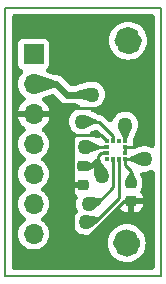
<source format=gtl>
%TF.GenerationSoftware,KiCad,Pcbnew,7.0.2*%
%TF.CreationDate,2025-03-07T15:43:59-05:00*%
%TF.ProjectId,2BMA400,32424d41-3430-4302-9e6b-696361645f70,rev?*%
%TF.SameCoordinates,Original*%
%TF.FileFunction,Copper,L1,Top*%
%TF.FilePolarity,Positive*%
%FSLAX46Y46*%
G04 Gerber Fmt 4.6, Leading zero omitted, Abs format (unit mm)*
G04 Created by KiCad (PCBNEW 7.0.2) date 2025-03-07 15:43:59*
%MOMM*%
%LPD*%
G01*
G04 APERTURE LIST*
G04 Aperture macros list*
%AMRoundRect*
0 Rectangle with rounded corners*
0 $1 Rounding radius*
0 $2 $3 $4 $5 $6 $7 $8 $9 X,Y pos of 4 corners*
0 Add a 4 corners polygon primitive as box body*
4,1,4,$2,$3,$4,$5,$6,$7,$8,$9,$2,$3,0*
0 Add four circle primitives for the rounded corners*
1,1,$1+$1,$2,$3*
1,1,$1+$1,$4,$5*
1,1,$1+$1,$6,$7*
1,1,$1+$1,$8,$9*
0 Add four rect primitives between the rounded corners*
20,1,$1+$1,$2,$3,$4,$5,0*
20,1,$1+$1,$4,$5,$6,$7,0*
20,1,$1+$1,$6,$7,$8,$9,0*
20,1,$1+$1,$8,$9,$2,$3,0*%
G04 Aperture macros list end*
%TA.AperFunction,NonConductor*%
%ADD10C,0.200000*%
%TD*%
%TA.AperFunction,NonConductor*%
%ADD11C,1.150000*%
%TD*%
%TA.AperFunction,SMDPad,CuDef*%
%ADD12RoundRect,0.225000X-0.250000X0.225000X-0.250000X-0.225000X0.250000X-0.225000X0.250000X0.225000X0*%
%TD*%
%TA.AperFunction,SMDPad,CuDef*%
%ADD13R,0.350000X0.300000*%
%TD*%
%TA.AperFunction,SMDPad,CuDef*%
%ADD14R,0.300000X0.350000*%
%TD*%
%TA.AperFunction,ComponentPad*%
%ADD15R,1.700000X1.700000*%
%TD*%
%TA.AperFunction,ComponentPad*%
%ADD16O,1.700000X1.700000*%
%TD*%
%TA.AperFunction,ViaPad*%
%ADD17C,1.270000*%
%TD*%
%TA.AperFunction,ViaPad*%
%ADD18C,1.200000*%
%TD*%
%TA.AperFunction,Conductor*%
%ADD19C,0.250000*%
%TD*%
%TA.AperFunction,Conductor*%
%ADD20C,0.500000*%
%TD*%
%TA.AperFunction,Conductor*%
%ADD21C,0.600000*%
%TD*%
%TA.AperFunction,Conductor*%
%ADD22C,0.270000*%
%TD*%
G04 APERTURE END LIST*
D10*
X60452000Y-79375000D02*
X60452000Y-102108000D01*
X73660000Y-102108000D02*
X73660000Y-79375000D01*
D11*
X71314000Y-99314000D02*
G75*
G03*
X71314000Y-99314000I-575000J0D01*
G01*
D10*
X60452000Y-102108000D02*
X73660000Y-102108000D01*
D11*
X71441000Y-82176800D02*
G75*
G03*
X71441000Y-82176800I-575000J0D01*
G01*
D10*
X73660000Y-79375000D02*
X60452000Y-79375000D01*
D12*
%TO.P,C1,1*%
%TO.N,VDDIO*%
X67056000Y-92824000D03*
%TO.P,C1,2*%
%TO.N,GND*%
X67056000Y-94374000D03*
%TD*%
%TO.P,C2,1*%
%TO.N,VDD*%
X71120000Y-94221000D03*
%TO.P,C2,2*%
%TO.N,GND*%
X71120000Y-95771000D03*
%TD*%
D13*
%TO.P,U1,1,SDO*%
%TO.N,GND*%
X69075000Y-90690000D03*
%TO.P,U1,2,SDX*%
%TO.N,SDA*%
X69075000Y-91190000D03*
%TO.P,U1,3,VDDIO*%
%TO.N,VDDIO*%
X69075000Y-91690000D03*
%TO.P,U1,4*%
%TO.N,N/C*%
X69075000Y-92190000D03*
D14*
%TO.P,U1,5,INT1*%
%TO.N,INT1*%
X69600000Y-92215000D03*
%TO.P,U1,6,INT2*%
%TO.N,INT2*%
X70100000Y-92215000D03*
D13*
%TO.P,U1,7,VDD*%
%TO.N,VDD*%
X70625000Y-92190000D03*
%TO.P,U1,8,GNDIO*%
%TO.N,GND*%
X70625000Y-91690000D03*
%TO.P,U1,9,GND*%
X70625000Y-91190000D03*
%TO.P,U1,10,~{CSB}*%
%TO.N,VDDIO*%
X70625000Y-90690000D03*
D14*
%TO.P,U1,11*%
%TO.N,N/C*%
X70100000Y-90665000D03*
%TO.P,U1,12,SCX*%
%TO.N,SCL*%
X69600000Y-90665000D03*
%TD*%
D15*
%TO.P,J1,1,Pin_1*%
%TO.N,VDD*%
X62865000Y-83312000D03*
D16*
%TO.P,J1,2,Pin_2*%
%TO.N,VDDIO*%
X62865000Y-85852000D03*
%TO.P,J1,3,Pin_3*%
%TO.N,GND*%
X62865000Y-88392000D03*
%TO.P,J1,4,Pin_4*%
%TO.N,SCL*%
X62865000Y-90932000D03*
%TO.P,J1,5,Pin_5*%
%TO.N,SDA*%
X62865000Y-93472000D03*
%TO.P,J1,6,Pin_6*%
%TO.N,INT1*%
X62865000Y-96012000D03*
%TO.P,J1,7,Pin_7*%
%TO.N,INT2*%
X62865000Y-98552000D03*
%TD*%
D17*
%TO.N,VDDIO*%
X67818000Y-86741000D03*
X70612000Y-89281000D03*
X68640500Y-93599000D03*
%TO.N,GND*%
X72009000Y-85217000D03*
X70104000Y-86995000D03*
X65151000Y-97282000D03*
D18*
X62992000Y-80772000D03*
D17*
X67183000Y-100330000D03*
%TO.N,VDD*%
X72263000Y-92190000D03*
%TO.N,INT2*%
X67310000Y-97536000D03*
%TO.N,INT1*%
X67564000Y-96012000D03*
%TO.N,SCL*%
X66929000Y-89027000D03*
%TO.N,SDA*%
X67183000Y-91186000D03*
%TD*%
D19*
%TO.N,VDDIO*%
X68326000Y-93284500D02*
X68640500Y-93599000D01*
X68584000Y-91690000D02*
X68326000Y-91948000D01*
D20*
X67831000Y-92824000D02*
X67056000Y-92824000D01*
X68326000Y-92329000D02*
X67831000Y-92824000D01*
D19*
X68326000Y-91948000D02*
X68326000Y-92329000D01*
D21*
X64770000Y-85852000D02*
X62865000Y-85852000D01*
D19*
X70612000Y-89281000D02*
X70625000Y-89294000D01*
D21*
X65659000Y-86741000D02*
X64770000Y-85852000D01*
D19*
X69075000Y-91690000D02*
X68584000Y-91690000D01*
D20*
X68326000Y-92329000D02*
X68326000Y-93284500D01*
D19*
X70625000Y-89294000D02*
X70625000Y-90690000D01*
D21*
X67818000Y-86741000D02*
X65659000Y-86741000D01*
D19*
%TO.N,GND*%
X66167000Y-90170000D02*
X66167000Y-94107000D01*
X64389000Y-88392000D02*
X64897000Y-87884000D01*
X66434000Y-94374000D02*
X67056000Y-94374000D01*
X64897000Y-87884000D02*
X71120000Y-87884000D01*
X66167000Y-94107000D02*
X66167000Y-98552000D01*
X66167000Y-90170000D02*
X64389000Y-88392000D01*
X67184396Y-99060000D02*
X70473396Y-95771000D01*
X70625000Y-91690000D02*
X70625000Y-91190000D01*
X70473396Y-95771000D02*
X71120000Y-95771000D01*
X71370000Y-91190000D02*
X70625000Y-91190000D01*
X64389000Y-88392000D02*
X62865000Y-88392000D01*
X66167000Y-98552000D02*
X66675000Y-99060000D01*
X71755000Y-88519000D02*
X71755000Y-90805000D01*
X66167000Y-94107000D02*
X66434000Y-94374000D01*
X66675000Y-99060000D02*
X67184396Y-99060000D01*
X68555000Y-90170000D02*
X66167000Y-90170000D01*
X71120000Y-87884000D02*
X71755000Y-88519000D01*
X71755000Y-90805000D02*
X71370000Y-91190000D01*
X69075000Y-90690000D02*
X68555000Y-90170000D01*
%TO.N,VDD*%
X70625000Y-92190000D02*
X70625000Y-92723000D01*
X70625000Y-92723000D02*
X71120000Y-93218000D01*
X71120000Y-93218000D02*
X71120000Y-94221000D01*
D22*
X72378000Y-92190000D02*
X70625000Y-92190000D01*
D19*
X72263000Y-92190000D02*
X72378000Y-92190000D01*
%TO.N,INT2*%
X68072000Y-97536000D02*
X70104000Y-95504000D01*
X70104000Y-92964000D02*
X70100000Y-92960000D01*
X70100000Y-92960000D02*
X70100000Y-92215000D01*
X70104000Y-95504000D02*
X70104000Y-92964000D01*
X67310000Y-97536000D02*
X68072000Y-97536000D01*
%TO.N,INT1*%
X69600000Y-94609604D02*
X69600000Y-92215000D01*
X67564000Y-96012000D02*
X67437000Y-96012000D01*
X68197604Y-96012000D02*
X67564000Y-96012000D01*
X68197604Y-96012000D02*
X69600000Y-94609604D01*
%TO.N,SCL*%
X68387000Y-89027000D02*
X69600000Y-90240000D01*
X69600000Y-90240000D02*
X69600000Y-90665000D01*
X66929000Y-89027000D02*
X68387000Y-89027000D01*
%TO.N,SDA*%
X67187000Y-91190000D02*
X69075000Y-91190000D01*
X67183000Y-91186000D02*
X67187000Y-91190000D01*
%TD*%
%TA.AperFunction,Conductor*%
%TO.N,VDDIO*%
G36*
X67573913Y-86158195D02*
G01*
X67578972Y-86163895D01*
X67817131Y-86736507D01*
X67817144Y-86745462D01*
X67817131Y-86745493D01*
X67578972Y-87318104D01*
X67572631Y-87324427D01*
X67565023Y-87324880D01*
X66556554Y-87043387D01*
X66549507Y-87037862D01*
X66548000Y-87032118D01*
X66548000Y-86449881D01*
X66551427Y-86441608D01*
X66556552Y-86438612D01*
X67565024Y-86157119D01*
X67573913Y-86158195D01*
G37*
%TD.AperFunction*%
%TD*%
%TA.AperFunction,Conductor*%
%TO.N,SDA*%
G36*
X67436661Y-90604178D02*
G01*
X67436999Y-90604325D01*
X68445340Y-91061885D01*
X68451456Y-91068423D01*
X68452204Y-91072538D01*
X68452204Y-91307407D01*
X68448777Y-91315680D01*
X68445272Y-91318091D01*
X67540688Y-91721517D01*
X67436964Y-91767776D01*
X67428012Y-91768016D01*
X67421512Y-91761856D01*
X67421395Y-91761583D01*
X67183867Y-91190491D01*
X67183855Y-91181539D01*
X67421366Y-90610486D01*
X67427706Y-90604165D01*
X67436661Y-90604178D01*
G37*
%TD.AperFunction*%
%TD*%
%TA.AperFunction,Conductor*%
%TO.N,VDDIO*%
G36*
X71181975Y-89517063D02*
G01*
X71187657Y-89519426D01*
X71193980Y-89525767D01*
X71193967Y-89534722D01*
X71193881Y-89534923D01*
X70753068Y-90541408D01*
X70746610Y-90547611D01*
X70742351Y-90548414D01*
X70507474Y-90548414D01*
X70499201Y-90544987D01*
X70496858Y-90541633D01*
X70441094Y-90421284D01*
X70440235Y-90418647D01*
X70438867Y-90411768D01*
X70432256Y-90401874D01*
X70431368Y-90400293D01*
X70030454Y-89535050D01*
X70030085Y-89526103D01*
X70036151Y-89519515D01*
X70036548Y-89519340D01*
X70607508Y-89281867D01*
X70616460Y-89281855D01*
X71181975Y-89517063D01*
G37*
%TD.AperFunction*%
%TD*%
%TA.AperFunction,Conductor*%
%TO.N,SCL*%
G36*
X69723362Y-90343427D02*
G01*
X69726630Y-90349777D01*
X69749105Y-90484630D01*
X69747085Y-90493354D01*
X69746469Y-90494142D01*
X69608904Y-90655551D01*
X69600929Y-90659625D01*
X69592410Y-90656867D01*
X69591098Y-90655555D01*
X69453529Y-90494141D01*
X69450772Y-90485623D01*
X69450890Y-90484655D01*
X69473370Y-90349774D01*
X69478111Y-90342179D01*
X69484911Y-90340000D01*
X69715089Y-90340000D01*
X69723362Y-90343427D01*
G37*
%TD.AperFunction*%
%TD*%
%TA.AperFunction,Conductor*%
%TO.N,VDD*%
G36*
X70633246Y-92197301D02*
G01*
X70770774Y-92335746D01*
X70774173Y-92344030D01*
X70774014Y-92345914D01*
X70751630Y-92480223D01*
X70746890Y-92487821D01*
X70740089Y-92490000D01*
X70509911Y-92490000D01*
X70501638Y-92486573D01*
X70498370Y-92480223D01*
X70475985Y-92345912D01*
X70478005Y-92337191D01*
X70479214Y-92335757D01*
X70616699Y-92197355D01*
X70624961Y-92193902D01*
X70633246Y-92197301D01*
G37*
%TD.AperFunction*%
%TD*%
%TA.AperFunction,Conductor*%
%TO.N,VDDIO*%
G36*
X68904020Y-91543428D02*
G01*
X68904139Y-91543528D01*
X68987100Y-91614233D01*
X69065551Y-91681095D01*
X69069625Y-91689070D01*
X69066867Y-91697589D01*
X69065551Y-91698905D01*
X68904143Y-91836469D01*
X68895624Y-91839227D01*
X68894631Y-91839105D01*
X68759777Y-91816629D01*
X68752179Y-91811888D01*
X68750000Y-91805088D01*
X68750000Y-91574911D01*
X68753427Y-91566638D01*
X68759775Y-91563370D01*
X68894320Y-91540946D01*
X68895094Y-91540845D01*
X68895457Y-91540810D01*
X68904020Y-91543428D01*
G37*
%TD.AperFunction*%
%TD*%
%TA.AperFunction,Conductor*%
%TO.N,INT1*%
G36*
X67576805Y-95378240D02*
G01*
X68555214Y-95473030D01*
X68562359Y-95476402D01*
X68728354Y-95642397D01*
X68731781Y-95650670D01*
X68728813Y-95658458D01*
X68021245Y-96451782D01*
X68013180Y-96455675D01*
X68004725Y-96452726D01*
X68004253Y-96452280D01*
X67566738Y-96016141D01*
X67563298Y-96007873D01*
X67563298Y-96007842D01*
X67563985Y-95389871D01*
X67567421Y-95381604D01*
X67575698Y-95378186D01*
X67576805Y-95378240D01*
G37*
%TD.AperFunction*%
%TD*%
%TA.AperFunction,Conductor*%
%TO.N,INT2*%
G36*
X70107588Y-92223132D02*
G01*
X70108904Y-92224448D01*
X70246469Y-92385857D01*
X70249227Y-92394376D01*
X70249105Y-92395369D01*
X70226630Y-92530223D01*
X70221890Y-92537821D01*
X70215089Y-92540000D01*
X69984912Y-92540000D01*
X69976639Y-92536573D01*
X69973371Y-92530224D01*
X69968886Y-92503317D01*
X69950942Y-92395652D01*
X69950847Y-92394931D01*
X69950809Y-92394534D01*
X69953430Y-92385977D01*
X69953487Y-92385908D01*
X70091096Y-92224446D01*
X70099069Y-92220374D01*
X70107588Y-92223132D01*
G37*
%TD.AperFunction*%
%TD*%
%TA.AperFunction,Conductor*%
%TO.N,VDDIO*%
G36*
X70748362Y-90393427D02*
G01*
X70751630Y-90399777D01*
X70774014Y-90534085D01*
X70771994Y-90542809D01*
X70770774Y-90544254D01*
X70633301Y-90682643D01*
X70625039Y-90686097D01*
X70616754Y-90682698D01*
X70616699Y-90682643D01*
X70555940Y-90621480D01*
X70479224Y-90544252D01*
X70475826Y-90535969D01*
X70475984Y-90534095D01*
X70498370Y-90399775D01*
X70503111Y-90392179D01*
X70509911Y-90390000D01*
X70740089Y-90390000D01*
X70748362Y-90393427D01*
G37*
%TD.AperFunction*%
%TD*%
%TA.AperFunction,Conductor*%
%TO.N,GND*%
G36*
X72976609Y-79944866D02*
G01*
X73051964Y-79999615D01*
X73098537Y-80080280D01*
X73109500Y-80149500D01*
X73109500Y-91035241D01*
X73090134Y-91126350D01*
X73035385Y-91201705D01*
X72954720Y-91248278D01*
X72862086Y-91258014D01*
X72773500Y-91229231D01*
X72767580Y-91225690D01*
X72748923Y-91214138D01*
X72561333Y-91141465D01*
X72363586Y-91104500D01*
X72162414Y-91104500D01*
X71964666Y-91141466D01*
X71964664Y-91141466D01*
X71964662Y-91141467D01*
X71872081Y-91177331D01*
X71849787Y-91184650D01*
X71825689Y-91191183D01*
X71614177Y-91284205D01*
X71522981Y-91303157D01*
X71431961Y-91283377D01*
X71356856Y-91228286D01*
X71310651Y-91147409D01*
X71300000Y-91079159D01*
X71300000Y-90998166D01*
X71299358Y-90986201D01*
X71293598Y-90932623D01*
X71264623Y-90854936D01*
X71250500Y-90776658D01*
X71250500Y-90587945D01*
X71269316Y-90498080D01*
X71611205Y-89717460D01*
X71618704Y-89697333D01*
X71628094Y-89675693D01*
X71628535Y-89674808D01*
X71683588Y-89481315D01*
X71702150Y-89281000D01*
X71683588Y-89080685D01*
X71683588Y-89080684D01*
X71628536Y-88887194D01*
X71593559Y-88816952D01*
X71538864Y-88707110D01*
X71417631Y-88546571D01*
X71313343Y-88451500D01*
X71268959Y-88411039D01*
X71097924Y-88305138D01*
X70910333Y-88232465D01*
X70712586Y-88195500D01*
X70511414Y-88195500D01*
X70313666Y-88232465D01*
X70126075Y-88305138D01*
X69955040Y-88411039D01*
X69806368Y-88546571D01*
X69685136Y-88707109D01*
X69595464Y-88887192D01*
X69581408Y-88936596D01*
X69537848Y-89018927D01*
X69464567Y-89076423D01*
X69374236Y-89099142D01*
X69282473Y-89083156D01*
X69207567Y-89033687D01*
X68830990Y-88657110D01*
X68811671Y-88635081D01*
X68797450Y-88616548D01*
X68767270Y-88593390D01*
X68765461Y-88591272D01*
X68759897Y-88587340D01*
X68767249Y-88593373D01*
X68706571Y-88546813D01*
X68690716Y-88529885D01*
X68537235Y-88466312D01*
X68424759Y-88451504D01*
X68424727Y-88451500D01*
X68424720Y-88451500D01*
X68424717Y-88451500D01*
X68424707Y-88451499D01*
X68386998Y-88446534D01*
X68380243Y-88447424D01*
X68287386Y-88440115D01*
X68259175Y-88429650D01*
X67863528Y-88251815D01*
X67788367Y-88196800D01*
X67742081Y-88115970D01*
X67732672Y-88023302D01*
X67761769Y-87934819D01*
X67824340Y-87865820D01*
X67909565Y-87828236D01*
X67914201Y-87827319D01*
X67918582Y-87826500D01*
X67918586Y-87826500D01*
X68116334Y-87789534D01*
X68303922Y-87716862D01*
X68398054Y-87658578D01*
X68474959Y-87610960D01*
X68474959Y-87610959D01*
X68474962Y-87610958D01*
X68623631Y-87475429D01*
X68744864Y-87314890D01*
X68834535Y-87134808D01*
X68889588Y-86941315D01*
X68908150Y-86741000D01*
X68903530Y-86691139D01*
X68889588Y-86540684D01*
X68834536Y-86347194D01*
X68810287Y-86298496D01*
X68744864Y-86167110D01*
X68623631Y-86006571D01*
X68474962Y-85871042D01*
X68474959Y-85871039D01*
X68303924Y-85765138D01*
X68116333Y-85692465D01*
X67918586Y-85655500D01*
X67717414Y-85655500D01*
X67651498Y-85667822D01*
X67519664Y-85692466D01*
X67483423Y-85706506D01*
X67458422Y-85712787D01*
X67458727Y-85713878D01*
X67442562Y-85718389D01*
X67442562Y-85718390D01*
X66537086Y-85971134D01*
X66497251Y-85982253D01*
X66437028Y-85990500D01*
X66062651Y-85990500D01*
X65971542Y-85971134D01*
X65904259Y-85924892D01*
X65634867Y-85655500D01*
X65350878Y-85371510D01*
X65329595Y-85346882D01*
X65319610Y-85333470D01*
X65285008Y-85304435D01*
X65272327Y-85292815D01*
X65279254Y-85299350D01*
X65274381Y-85295013D01*
X65269777Y-85290409D01*
X65264676Y-85286375D01*
X65264664Y-85286365D01*
X65246599Y-85272082D01*
X65241548Y-85267967D01*
X65178162Y-85214781D01*
X65175023Y-85212780D01*
X65124644Y-85189288D01*
X65099984Y-85177789D01*
X65094146Y-85174962D01*
X65020196Y-85137823D01*
X65016688Y-85136604D01*
X64935614Y-85119863D01*
X64929257Y-85118454D01*
X64918169Y-85115826D01*
X64857721Y-85101500D01*
X64857720Y-85101500D01*
X64848745Y-85099373D01*
X64845067Y-85098997D01*
X64762348Y-85101405D01*
X64755832Y-85101500D01*
X64695581Y-85101500D01*
X64621015Y-85088725D01*
X64070266Y-84894301D01*
X63990800Y-84845711D01*
X63937967Y-84769000D01*
X63920903Y-84677432D01*
X63942559Y-84586839D01*
X63999189Y-84512888D01*
X64011801Y-84502858D01*
X64037150Y-84484150D01*
X64117793Y-84374882D01*
X64162646Y-84246699D01*
X64165500Y-84216266D01*
X64165500Y-82407734D01*
X64162646Y-82377301D01*
X64117793Y-82249118D01*
X64117792Y-82249116D01*
X64064420Y-82176799D01*
X69260550Y-82176799D01*
X69280316Y-82427946D01*
X69339126Y-82672911D01*
X69435533Y-82905659D01*
X69567164Y-83120459D01*
X69730775Y-83312024D01*
X69894387Y-83451761D01*
X69922341Y-83475636D01*
X70005510Y-83526602D01*
X70137140Y-83607266D01*
X70369888Y-83703673D01*
X70492370Y-83733078D01*
X70614852Y-83762483D01*
X70866000Y-83782249D01*
X71117148Y-83762483D01*
X71362111Y-83703673D01*
X71594859Y-83607266D01*
X71809659Y-83475636D01*
X72001224Y-83312024D01*
X72164836Y-83120459D01*
X72296466Y-82905659D01*
X72392873Y-82672911D01*
X72451683Y-82427948D01*
X72471449Y-82176800D01*
X72451683Y-81925652D01*
X72392873Y-81680689D01*
X72296466Y-81447941D01*
X72296466Y-81447940D01*
X72164835Y-81233140D01*
X72001224Y-81041575D01*
X71809659Y-80877964D01*
X71594859Y-80746333D01*
X71362111Y-80649926D01*
X71117146Y-80591116D01*
X70865999Y-80571350D01*
X70614853Y-80591116D01*
X70369888Y-80649926D01*
X70137140Y-80746333D01*
X69922340Y-80877964D01*
X69730775Y-81041575D01*
X69567164Y-81233140D01*
X69435533Y-81447940D01*
X69339126Y-81680688D01*
X69280316Y-81925653D01*
X69260550Y-82176799D01*
X64064420Y-82176799D01*
X64037150Y-82139849D01*
X63927883Y-82059207D01*
X63799700Y-82014354D01*
X63796676Y-82014070D01*
X63769266Y-82011500D01*
X61960734Y-82011500D01*
X61936345Y-82013787D01*
X61930299Y-82014354D01*
X61802116Y-82059207D01*
X61692849Y-82139849D01*
X61612207Y-82249116D01*
X61567354Y-82377299D01*
X61567353Y-82377301D01*
X61567354Y-82377301D01*
X61564500Y-82407734D01*
X61564500Y-84216266D01*
X61567070Y-84243676D01*
X61567354Y-84246700D01*
X61612207Y-84374883D01*
X61692849Y-84484150D01*
X61802115Y-84564791D01*
X61802118Y-84564793D01*
X61844101Y-84579483D01*
X61923698Y-84627851D01*
X61976743Y-84704415D01*
X61994061Y-84795936D01*
X61972656Y-84886588D01*
X61928510Y-84949303D01*
X61864952Y-85012861D01*
X61734431Y-85199265D01*
X61638260Y-85405504D01*
X61579365Y-85625304D01*
X61559532Y-85852000D01*
X61579365Y-86078695D01*
X61638260Y-86298495D01*
X61734431Y-86504734D01*
X61864951Y-86691137D01*
X62025861Y-86852047D01*
X62106192Y-86908295D01*
X62169717Y-86976417D01*
X62200042Y-87064486D01*
X62191924Y-87157277D01*
X62146767Y-87238743D01*
X62106195Y-87275275D01*
X61993922Y-87353890D01*
X61826891Y-87520921D01*
X61691399Y-87714423D01*
X61591568Y-87928511D01*
X61534364Y-88142000D01*
X62431314Y-88142000D01*
X62405507Y-88182156D01*
X62365000Y-88320111D01*
X62365000Y-88463889D01*
X62405507Y-88601844D01*
X62431314Y-88642000D01*
X61534364Y-88642000D01*
X61591568Y-88855490D01*
X61691398Y-89069575D01*
X61826891Y-89263079D01*
X61993922Y-89430110D01*
X62106193Y-89508723D01*
X62169717Y-89576844D01*
X62200042Y-89664914D01*
X62191924Y-89757704D01*
X62146767Y-89839170D01*
X62106194Y-89875703D01*
X62025860Y-89931953D01*
X61864951Y-90092862D01*
X61734431Y-90279265D01*
X61638260Y-90485504D01*
X61579365Y-90705304D01*
X61559532Y-90931999D01*
X61579365Y-91158695D01*
X61638260Y-91378495D01*
X61734431Y-91584734D01*
X61864951Y-91771137D01*
X62025862Y-91932048D01*
X62149343Y-92018510D01*
X62212867Y-92086631D01*
X62243192Y-92174701D01*
X62235074Y-92267491D01*
X62189917Y-92348957D01*
X62149343Y-92385490D01*
X62025862Y-92471951D01*
X61864951Y-92632862D01*
X61734431Y-92819265D01*
X61638260Y-93025504D01*
X61579365Y-93245304D01*
X61559532Y-93472000D01*
X61579365Y-93698695D01*
X61638260Y-93918495D01*
X61734431Y-94124734D01*
X61864951Y-94311137D01*
X62025862Y-94472048D01*
X62149343Y-94558510D01*
X62212867Y-94626631D01*
X62243192Y-94714701D01*
X62235074Y-94807491D01*
X62189917Y-94888957D01*
X62149343Y-94925490D01*
X62025862Y-95011951D01*
X61864951Y-95172862D01*
X61734431Y-95359265D01*
X61638260Y-95565504D01*
X61579365Y-95785304D01*
X61559532Y-96012000D01*
X61579365Y-96238695D01*
X61638260Y-96458495D01*
X61734431Y-96664734D01*
X61864951Y-96851137D01*
X62025862Y-97012048D01*
X62149343Y-97098510D01*
X62212867Y-97166631D01*
X62243192Y-97254701D01*
X62235074Y-97347491D01*
X62189917Y-97428957D01*
X62149343Y-97465490D01*
X62025862Y-97551951D01*
X61864951Y-97712862D01*
X61734431Y-97899265D01*
X61638260Y-98105504D01*
X61579365Y-98325304D01*
X61559532Y-98551999D01*
X61559532Y-98552000D01*
X61564490Y-98608672D01*
X61579365Y-98778695D01*
X61638260Y-98998495D01*
X61734431Y-99204734D01*
X61864951Y-99391137D01*
X62025862Y-99552048D01*
X62212265Y-99682568D01*
X62418504Y-99778739D01*
X62535586Y-99810111D01*
X62638308Y-99837635D01*
X62865000Y-99857468D01*
X63091692Y-99837635D01*
X63311496Y-99778739D01*
X63517734Y-99682568D01*
X63704139Y-99552047D01*
X63865047Y-99391139D01*
X63919061Y-99313999D01*
X69133550Y-99313999D01*
X69153316Y-99565146D01*
X69212126Y-99810111D01*
X69308533Y-100042859D01*
X69440164Y-100257659D01*
X69603775Y-100449224D01*
X69767387Y-100588961D01*
X69795341Y-100612836D01*
X69878509Y-100663802D01*
X70010140Y-100744466D01*
X70242888Y-100840873D01*
X70365370Y-100870278D01*
X70487852Y-100899683D01*
X70739000Y-100919449D01*
X70990148Y-100899683D01*
X71235111Y-100840873D01*
X71467859Y-100744466D01*
X71682659Y-100612836D01*
X71874224Y-100449224D01*
X72037836Y-100257659D01*
X72169466Y-100042859D01*
X72265873Y-99810111D01*
X72324683Y-99565148D01*
X72344449Y-99314000D01*
X72324683Y-99062852D01*
X72265873Y-98817889D01*
X72249639Y-98778695D01*
X72169466Y-98585140D01*
X72059662Y-98405958D01*
X72037836Y-98370341D01*
X71952503Y-98270429D01*
X71874224Y-98178775D01*
X71682659Y-98015164D01*
X71467859Y-97883533D01*
X71235111Y-97787126D01*
X70990146Y-97728316D01*
X70738999Y-97708550D01*
X70487853Y-97728316D01*
X70242888Y-97787126D01*
X70010140Y-97883533D01*
X69795340Y-98015164D01*
X69603775Y-98178775D01*
X69440164Y-98370340D01*
X69308533Y-98585140D01*
X69212126Y-98817888D01*
X69153316Y-99062853D01*
X69133550Y-99313999D01*
X63919061Y-99313999D01*
X63995568Y-99204734D01*
X64091739Y-98998496D01*
X64150635Y-98778692D01*
X64170468Y-98552000D01*
X64150635Y-98325308D01*
X64091739Y-98105504D01*
X64052212Y-98020739D01*
X63995568Y-97899265D01*
X63865048Y-97712862D01*
X63704139Y-97551953D01*
X63697632Y-97547397D01*
X63580656Y-97465490D01*
X63517132Y-97397370D01*
X63486807Y-97309300D01*
X63494924Y-97216510D01*
X63540081Y-97135044D01*
X63580657Y-97098509D01*
X63704139Y-97012047D01*
X63865047Y-96851139D01*
X63995568Y-96664734D01*
X64091739Y-96458496D01*
X64150635Y-96238692D01*
X64170468Y-96012000D01*
X64150635Y-95785308D01*
X64091739Y-95565504D01*
X64080648Y-95541720D01*
X63995568Y-95359265D01*
X63865048Y-95172862D01*
X63704139Y-95011953D01*
X63686997Y-94999950D01*
X63580656Y-94925490D01*
X63517132Y-94857370D01*
X63486807Y-94769300D01*
X63494924Y-94676510D01*
X63540081Y-94595044D01*
X63580657Y-94558509D01*
X63704139Y-94472047D01*
X63865047Y-94311139D01*
X63995568Y-94124734D01*
X64091739Y-93918496D01*
X64150635Y-93698692D01*
X64170468Y-93472000D01*
X64150635Y-93245308D01*
X64091739Y-93025504D01*
X63995568Y-92819266D01*
X63995568Y-92819265D01*
X63865048Y-92632862D01*
X63704139Y-92471953D01*
X63580657Y-92385491D01*
X63517132Y-92317370D01*
X63486807Y-92229300D01*
X63494924Y-92136510D01*
X63540081Y-92055044D01*
X63580657Y-92018509D01*
X63704139Y-91932047D01*
X63865047Y-91771139D01*
X63995568Y-91584734D01*
X64091739Y-91378496D01*
X64150635Y-91158692D01*
X64170468Y-90932000D01*
X64150635Y-90705308D01*
X64091739Y-90485504D01*
X64006652Y-90303035D01*
X63995568Y-90279265D01*
X63865048Y-90092862D01*
X63704137Y-89931951D01*
X63623806Y-89875703D01*
X63560282Y-89807582D01*
X63529957Y-89719512D01*
X63538075Y-89626722D01*
X63583232Y-89545256D01*
X63623807Y-89508722D01*
X63736078Y-89430109D01*
X63903108Y-89263079D01*
X64038601Y-89069575D01*
X64138431Y-88855490D01*
X64195636Y-88642000D01*
X63298686Y-88642000D01*
X63324493Y-88601844D01*
X63365000Y-88463889D01*
X63365000Y-88320111D01*
X63324493Y-88182156D01*
X63298686Y-88142000D01*
X64195636Y-88142000D01*
X64138431Y-87928511D01*
X64038600Y-87714423D01*
X63903108Y-87520921D01*
X63736077Y-87353890D01*
X63688093Y-87320290D01*
X63624570Y-87252168D01*
X63594245Y-87164098D01*
X63602364Y-87071308D01*
X63647522Y-86989842D01*
X63721911Y-86933787D01*
X63741990Y-86925583D01*
X64377684Y-86701173D01*
X64470041Y-86689107D01*
X64559323Y-86715649D01*
X64610639Y-86754007D01*
X65078120Y-87221488D01*
X65099401Y-87246113D01*
X65109389Y-87259529D01*
X65143982Y-87288556D01*
X65156647Y-87300161D01*
X65149741Y-87293646D01*
X65154618Y-87297986D01*
X65159223Y-87302591D01*
X65182430Y-87320940D01*
X65187417Y-87325002D01*
X65221844Y-87353890D01*
X65250845Y-87378225D01*
X65253966Y-87380213D01*
X65262320Y-87384108D01*
X65262323Y-87384111D01*
X65329002Y-87415204D01*
X65334867Y-87418044D01*
X65400567Y-87451040D01*
X65400568Y-87451040D01*
X65408813Y-87455181D01*
X65412295Y-87456392D01*
X65493385Y-87473136D01*
X65499736Y-87474543D01*
X65571279Y-87491500D01*
X65571280Y-87491500D01*
X65580250Y-87493626D01*
X65583932Y-87494002D01*
X65593143Y-87493733D01*
X65593144Y-87493734D01*
X65666652Y-87491594D01*
X65673168Y-87491500D01*
X66437033Y-87491500D01*
X66497255Y-87499747D01*
X66573114Y-87520921D01*
X66650202Y-87542438D01*
X66732749Y-87585585D01*
X66790611Y-87658578D01*
X66813782Y-87748794D01*
X66798255Y-87840635D01*
X66746716Y-87918221D01*
X66668075Y-87968136D01*
X66631145Y-87978376D01*
X66630668Y-87978465D01*
X66443075Y-88051138D01*
X66272040Y-88157039D01*
X66123368Y-88292571D01*
X66002136Y-88453109D01*
X65912463Y-88633194D01*
X65857411Y-88826684D01*
X65838849Y-89027000D01*
X65857411Y-89227315D01*
X65912463Y-89420805D01*
X66002136Y-89600890D01*
X66050484Y-89664914D01*
X66123369Y-89761429D01*
X66272038Y-89896958D01*
X66443078Y-90002862D01*
X66443082Y-90002863D01*
X66444874Y-90003973D01*
X66512141Y-90068401D01*
X66547388Y-90154619D01*
X66544520Y-90247719D01*
X66504032Y-90331604D01*
X66477862Y-90359959D01*
X66377369Y-90451570D01*
X66256136Y-90612109D01*
X66166463Y-90792194D01*
X66111411Y-90985684D01*
X66092849Y-91185999D01*
X66111411Y-91386315D01*
X66166463Y-91579805D01*
X66256136Y-91759890D01*
X66325258Y-91851422D01*
X66364709Y-91935799D01*
X66366430Y-92028928D01*
X66330124Y-92114705D01*
X66304897Y-92144801D01*
X66270353Y-92179345D01*
X66185486Y-92319732D01*
X66136684Y-92476340D01*
X66130958Y-92539355D01*
X66130957Y-92539376D01*
X66130500Y-92544406D01*
X66130500Y-93103594D01*
X66130957Y-93108624D01*
X66130958Y-93108644D01*
X66136684Y-93171659D01*
X66185487Y-93328270D01*
X66251407Y-93437315D01*
X66281968Y-93525303D01*
X66274099Y-93618114D01*
X66244301Y-93672213D01*
X66247172Y-93673984D01*
X66144452Y-93840517D01*
X66091143Y-94001392D01*
X66081580Y-94095005D01*
X66081000Y-94106392D01*
X66081000Y-94124000D01*
X67082000Y-94124000D01*
X67173109Y-94143366D01*
X67248464Y-94198115D01*
X67295037Y-94278780D01*
X67306000Y-94348000D01*
X67306000Y-94400000D01*
X67286634Y-94491109D01*
X67231885Y-94566464D01*
X67151220Y-94613037D01*
X67082000Y-94624000D01*
X66081001Y-94624000D01*
X66081001Y-94641605D01*
X66081581Y-94652996D01*
X66091143Y-94746606D01*
X66144452Y-94907482D01*
X66233426Y-95051731D01*
X66353268Y-95171573D01*
X66497870Y-95260765D01*
X66565248Y-95325078D01*
X66600642Y-95411235D01*
X66597933Y-95504340D01*
X66580792Y-95551259D01*
X66547464Y-95618190D01*
X66492411Y-95811684D01*
X66473849Y-96012000D01*
X66492411Y-96212315D01*
X66547464Y-96405808D01*
X66594150Y-96499565D01*
X66617426Y-96589755D01*
X66602006Y-96681614D01*
X66550556Y-96759259D01*
X66544542Y-96764949D01*
X66504369Y-96801571D01*
X66383136Y-96962109D01*
X66293463Y-97142194D01*
X66238411Y-97335684D01*
X66219849Y-97536000D01*
X66238411Y-97736315D01*
X66293463Y-97929805D01*
X66383136Y-98109890D01*
X66504368Y-98270428D01*
X66653040Y-98405960D01*
X66824075Y-98511861D01*
X66927686Y-98552000D01*
X67011666Y-98584534D01*
X67209414Y-98621500D01*
X67410586Y-98621500D01*
X67608334Y-98584534D01*
X67795922Y-98511862D01*
X67966962Y-98405958D01*
X68044182Y-98335561D01*
X68067080Y-98317282D01*
X68080369Y-98308029D01*
X68368020Y-98035762D01*
X68385621Y-98020750D01*
X68440115Y-97978937D01*
X68452268Y-97969612D01*
X68452268Y-97969610D01*
X68481623Y-97947087D01*
X68481657Y-97947059D01*
X68482451Y-97946451D01*
X68496671Y-97927917D01*
X68515982Y-97905896D01*
X68704171Y-97717707D01*
X68708547Y-97713451D01*
X68824104Y-97604077D01*
X68825728Y-97602490D01*
X68828599Y-97599642D01*
X68833057Y-97595184D01*
X68861715Y-97563714D01*
X68861715Y-97563713D01*
X68876574Y-97547397D01*
X68876873Y-97547670D01*
X68886442Y-97535436D01*
X69976899Y-96444979D01*
X70055011Y-96394253D01*
X70147009Y-96379682D01*
X70236980Y-96403789D01*
X70293678Y-96444983D01*
X70417268Y-96568573D01*
X70561517Y-96657547D01*
X70722392Y-96710856D01*
X70816007Y-96720419D01*
X70827390Y-96720999D01*
X70869999Y-96720998D01*
X70870000Y-96720998D01*
X70870000Y-96021000D01*
X71370000Y-96021000D01*
X71370000Y-96720999D01*
X71412605Y-96720999D01*
X71423996Y-96720418D01*
X71517606Y-96710856D01*
X71678482Y-96657547D01*
X71822731Y-96568573D01*
X71942573Y-96448731D01*
X72031547Y-96304482D01*
X72084856Y-96143607D01*
X72094419Y-96049994D01*
X72095000Y-96038607D01*
X72095000Y-96021000D01*
X71370000Y-96021000D01*
X70870000Y-96021000D01*
X70870000Y-95745000D01*
X70889366Y-95653891D01*
X70944115Y-95578536D01*
X71024780Y-95531963D01*
X71094000Y-95521000D01*
X72094999Y-95521000D01*
X72094999Y-95503394D01*
X72094418Y-95492003D01*
X72084856Y-95398393D01*
X72031547Y-95237517D01*
X71928828Y-95070984D01*
X71932144Y-95068938D01*
X71907165Y-95030472D01*
X71892594Y-94938475D01*
X71916702Y-94848504D01*
X71924580Y-94834334D01*
X71990512Y-94725270D01*
X71990513Y-94725267D01*
X72039315Y-94568659D01*
X72045041Y-94505644D01*
X72045500Y-94500594D01*
X72045500Y-93941406D01*
X72039315Y-93873343D01*
X72039315Y-93873340D01*
X71990513Y-93716732D01*
X71976009Y-93692739D01*
X71968960Y-93678275D01*
X71961756Y-93665482D01*
X71928263Y-93606007D01*
X71900432Y-93517121D01*
X71911160Y-93424596D01*
X71958594Y-93344434D01*
X72034532Y-93290496D01*
X72125844Y-93272108D01*
X72160434Y-93275500D01*
X72162414Y-93275500D01*
X72363586Y-93275500D01*
X72561334Y-93238534D01*
X72748922Y-93165862D01*
X72767579Y-93154309D01*
X72855232Y-93122812D01*
X72948123Y-93129690D01*
X73030185Y-93173754D01*
X73087230Y-93247387D01*
X73109394Y-93337856D01*
X73109500Y-93344758D01*
X73109500Y-101333500D01*
X73090134Y-101424609D01*
X73035385Y-101499964D01*
X72954720Y-101546537D01*
X72885500Y-101557500D01*
X61226500Y-101557500D01*
X61135391Y-101538134D01*
X61060036Y-101483385D01*
X61013463Y-101402720D01*
X61002500Y-101333500D01*
X61002500Y-80149500D01*
X61021866Y-80058391D01*
X61076615Y-79983036D01*
X61157280Y-79936463D01*
X61226500Y-79925500D01*
X72885500Y-79925500D01*
X72976609Y-79944866D01*
G37*
%TD.AperFunction*%
%TA.AperFunction,Conductor*%
G36*
X68239243Y-89714573D02*
G01*
X68307260Y-89761140D01*
X68485243Y-89939123D01*
X68535973Y-90017241D01*
X68550544Y-90109238D01*
X68526436Y-90199209D01*
X68506172Y-90231754D01*
X68456645Y-90297913D01*
X68454735Y-90303035D01*
X68404751Y-90381631D01*
X68327120Y-90433103D01*
X68235265Y-90448548D01*
X68152308Y-90428740D01*
X67766617Y-90253747D01*
X67691650Y-90198468D01*
X67645648Y-90117475D01*
X67636566Y-90024775D01*
X67665974Y-89936395D01*
X67728786Y-89867616D01*
X67767318Y-89845459D01*
X68057031Y-89715224D01*
X68148065Y-89695533D01*
X68239243Y-89714573D01*
G37*
%TD.AperFunction*%
%TD*%
%TA.AperFunction,Conductor*%
%TO.N,VDD*%
G36*
X72024487Y-91614142D02*
G01*
X72024580Y-91614359D01*
X72262131Y-92185507D01*
X72262144Y-92194462D01*
X72262131Y-92194493D01*
X72024580Y-92765640D01*
X72018239Y-92771963D01*
X72009284Y-92771950D01*
X72009067Y-92771857D01*
X70999990Y-92328074D01*
X70993796Y-92321607D01*
X70993000Y-92317364D01*
X70993000Y-92062635D01*
X70996427Y-92054362D01*
X70999986Y-92051927D01*
X72009068Y-91608141D01*
X72018020Y-91607948D01*
X72024487Y-91614142D01*
G37*
%TD.AperFunction*%
%TD*%
%TA.AperFunction,Conductor*%
%TO.N,SCL*%
G36*
X67182677Y-88445138D02*
G01*
X67182950Y-88445256D01*
X68192098Y-88898897D01*
X68198238Y-88905413D01*
X68199000Y-88909567D01*
X68199000Y-89144432D01*
X68195573Y-89152705D01*
X68192097Y-89155103D01*
X67182981Y-89608729D01*
X67174030Y-89608996D01*
X67167513Y-89602855D01*
X67167402Y-89602600D01*
X66929867Y-89031491D01*
X66929855Y-89022539D01*
X67167383Y-88451445D01*
X67173722Y-88445125D01*
X67182677Y-88445138D01*
G37*
%TD.AperFunction*%
%TD*%
%TA.AperFunction,Conductor*%
%TO.N,VDDIO*%
G36*
X67400317Y-92394473D02*
G01*
X67758103Y-92540267D01*
X67761960Y-92542828D01*
X68102296Y-92883164D01*
X68105723Y-92891437D01*
X68102296Y-92899710D01*
X68099197Y-92901931D01*
X67435928Y-93228970D01*
X67426992Y-93229555D01*
X67422115Y-93226366D01*
X67125819Y-92901931D01*
X67061941Y-92831987D01*
X67058893Y-92823568D01*
X67061340Y-92816922D01*
X67386663Y-92398130D01*
X67394445Y-92393700D01*
X67400317Y-92394473D01*
G37*
%TD.AperFunction*%
%TD*%
%TA.AperFunction,Conductor*%
%TO.N,VDDIO*%
G36*
X64557196Y-85549245D02*
G01*
X64563855Y-85555230D01*
X64565000Y-85560277D01*
X64565000Y-86143722D01*
X64561573Y-86151995D01*
X64557195Y-86154755D01*
X63200729Y-86633609D01*
X63191787Y-86633131D01*
X63186029Y-86627065D01*
X62865865Y-85856488D01*
X62865856Y-85847533D01*
X62865856Y-85847532D01*
X63186030Y-85076932D01*
X63192368Y-85070609D01*
X63200728Y-85070390D01*
X64557196Y-85549245D01*
G37*
%TD.AperFunction*%
%TD*%
%TA.AperFunction,Conductor*%
%TO.N,VDD*%
G36*
X71246434Y-93324427D02*
G01*
X71248356Y-93326959D01*
X71564863Y-93888991D01*
X71565936Y-93897881D01*
X71561503Y-93904228D01*
X71126835Y-94217080D01*
X71118118Y-94219132D01*
X71113165Y-94217080D01*
X70678496Y-93904228D01*
X70673783Y-93896614D01*
X70675135Y-93888993D01*
X70991644Y-93326958D01*
X70998690Y-93321432D01*
X71001839Y-93321000D01*
X71238161Y-93321000D01*
X71246434Y-93324427D01*
G37*
%TD.AperFunction*%
%TD*%
%TA.AperFunction,Conductor*%
%TO.N,SDA*%
G36*
X68903354Y-91042914D02*
G01*
X68904129Y-91043519D01*
X69018473Y-91140971D01*
X69065551Y-91181095D01*
X69069625Y-91189070D01*
X69066867Y-91197589D01*
X69065551Y-91198905D01*
X68904143Y-91336469D01*
X68895624Y-91339227D01*
X68894631Y-91339105D01*
X68759777Y-91316629D01*
X68752179Y-91311888D01*
X68750000Y-91305088D01*
X68750000Y-91074911D01*
X68753427Y-91066638D01*
X68759775Y-91063370D01*
X68894633Y-91040894D01*
X68903354Y-91042914D01*
G37*
%TD.AperFunction*%
%TD*%
%TA.AperFunction,Conductor*%
%TO.N,INT1*%
G36*
X69607589Y-92223132D02*
G01*
X69608901Y-92224444D01*
X69746469Y-92385857D01*
X69749227Y-92394375D01*
X69749105Y-92395368D01*
X69726630Y-92530223D01*
X69721890Y-92537821D01*
X69715089Y-92540000D01*
X69484911Y-92540000D01*
X69476638Y-92536573D01*
X69473370Y-92530223D01*
X69450894Y-92395366D01*
X69452914Y-92386646D01*
X69453519Y-92385870D01*
X69591095Y-92224447D01*
X69599070Y-92220374D01*
X69607589Y-92223132D01*
G37*
%TD.AperFunction*%
%TD*%
%TA.AperFunction,Conductor*%
%TO.N,VDDIO*%
G36*
X68578223Y-92428535D02*
G01*
X68579497Y-92430045D01*
X69083812Y-93141940D01*
X69085798Y-93150671D01*
X69082547Y-93156967D01*
X68643936Y-93596556D01*
X68635667Y-93599992D01*
X68635636Y-93599992D01*
X68017904Y-93599019D01*
X68009636Y-93595579D01*
X68006222Y-93587301D01*
X68006242Y-93586639D01*
X68075339Y-92436105D01*
X68079256Y-92428054D01*
X68087018Y-92425108D01*
X68569950Y-92425108D01*
X68578223Y-92428535D01*
G37*
%TD.AperFunction*%
%TD*%
%TA.AperFunction,Conductor*%
%TO.N,INT2*%
G36*
X67323772Y-96903498D02*
G01*
X68339223Y-97087749D01*
X68345407Y-97090988D01*
X68510970Y-97256551D01*
X68514397Y-97264824D01*
X68510970Y-97273097D01*
X68506512Y-97277555D01*
X68506281Y-97277780D01*
X67767266Y-97977201D01*
X67758902Y-97980399D01*
X67750964Y-97976989D01*
X67312738Y-97540141D01*
X67309298Y-97531873D01*
X67309298Y-97531842D01*
X67309595Y-97264824D01*
X67309984Y-96914996D01*
X67313420Y-96906729D01*
X67321697Y-96903311D01*
X67323772Y-96903498D01*
G37*
%TD.AperFunction*%
%TD*%
M02*

</source>
